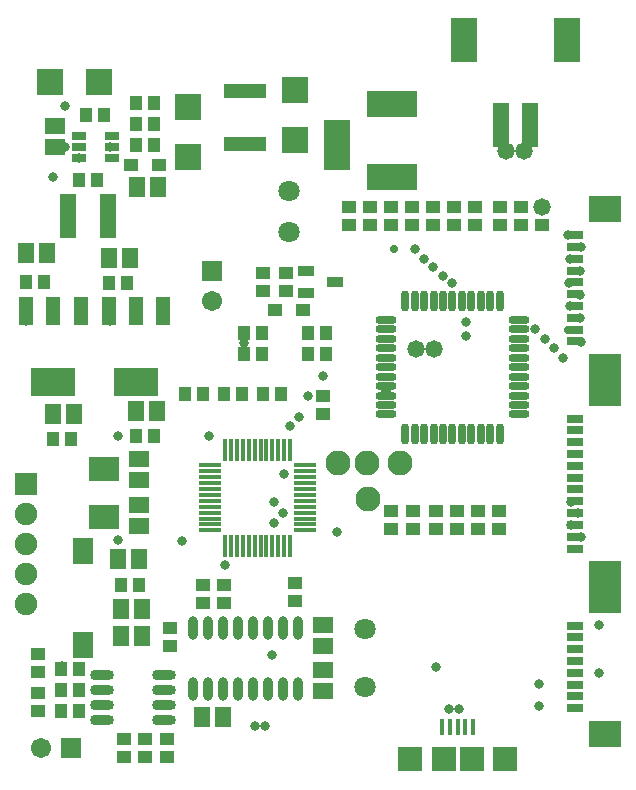
<source format=gts>
G04 Layer_Color=8388736*
%FSLAX25Y25*%
%MOIN*%
G70*
G01*
G75*
%ADD63R,0.04658X0.04461*%
%ADD64R,0.14225X0.04737*%
%ADD65R,0.10249X0.08280*%
%ADD66R,0.14579X0.09461*%
%ADD67R,0.04737X0.09461*%
%ADD68R,0.01583X0.05323*%
%ADD69R,0.08280X0.08280*%
%ADD70R,0.08280X0.07887*%
%ADD71R,0.05131X0.03162*%
%ADD72O,0.07487X0.01502*%
%ADD73O,0.01502X0.07487*%
%ADD74O,0.03162X0.07887*%
%ADD75O,0.07887X0.03556*%
%ADD76R,0.06706X0.08674*%
%ADD77R,0.04461X0.04658*%
%ADD78R,0.05367X0.06587*%
%ADD79C,0.08362*%
%ADD80R,0.05721X0.02769*%
%ADD81R,0.10642X0.08674*%
%ADD82R,0.05524X0.14579*%
%ADD83R,0.08674X0.08674*%
%ADD84R,0.04737X0.04068*%
%ADD85R,0.08674X0.08674*%
%ADD86R,0.06587X0.05367*%
%ADD87R,0.08674X0.14579*%
%ADD88R,0.05721X0.03556*%
%ADD89O,0.07099X0.02572*%
%ADD90O,0.02572X0.07099*%
%ADD91R,0.16548X0.08674*%
%ADD92R,0.08674X0.16548*%
%ADD93R,0.06706X0.06706*%
%ADD94C,0.06706*%
%ADD95C,0.07099*%
%ADD96C,0.00008*%
%ADD97R,0.06706X0.06706*%
%ADD98C,0.07493*%
%ADD99R,0.07493X0.07493*%
%ADD100C,0.02769*%
%ADD101C,0.03162*%
%ADD102C,0.05800*%
D63*
X387000Y242531D02*
D03*
Y236469D02*
D03*
X405000Y250969D02*
D03*
Y257031D02*
D03*
X398000Y250969D02*
D03*
Y257031D02*
D03*
X371500Y205532D02*
D03*
Y199469D02*
D03*
X378500Y199469D02*
D03*
Y205532D02*
D03*
X343000Y234032D02*
D03*
Y227969D02*
D03*
X428500Y251468D02*
D03*
Y257531D02*
D03*
X386000Y205532D02*
D03*
Y199469D02*
D03*
X343000Y214968D02*
D03*
Y221031D02*
D03*
X446500Y376969D02*
D03*
Y383032D02*
D03*
X438000Y313968D02*
D03*
Y320031D02*
D03*
X482500Y275468D02*
D03*
Y281532D02*
D03*
X489500Y275468D02*
D03*
Y281532D02*
D03*
X460500Y275468D02*
D03*
Y281532D02*
D03*
Y376969D02*
D03*
Y383032D02*
D03*
X474500Y376969D02*
D03*
Y383032D02*
D03*
X488500Y376969D02*
D03*
Y383032D02*
D03*
X504000Y376969D02*
D03*
Y383032D02*
D03*
X453500Y376969D02*
D03*
Y383032D02*
D03*
X467500Y376969D02*
D03*
Y383032D02*
D03*
X481500Y376969D02*
D03*
Y383032D02*
D03*
X497000Y376969D02*
D03*
Y383032D02*
D03*
X511000Y376969D02*
D03*
Y383032D02*
D03*
X418000Y361032D02*
D03*
Y354969D02*
D03*
X425500Y354969D02*
D03*
Y361032D02*
D03*
X468000Y275468D02*
D03*
Y281532D02*
D03*
X475500Y275468D02*
D03*
Y281532D02*
D03*
X496500Y275468D02*
D03*
Y281532D02*
D03*
D64*
X412000Y421716D02*
D03*
Y404000D02*
D03*
D65*
X365000Y279500D02*
D03*
Y295642D02*
D03*
D66*
X375500Y324689D02*
D03*
X348000D02*
D03*
D67*
X366445Y348311D02*
D03*
X375500D02*
D03*
X384555D02*
D03*
X338945D02*
D03*
X348000D02*
D03*
X357055D02*
D03*
D68*
X480217Y209531D02*
D03*
X482776D02*
D03*
X487894D02*
D03*
X485335D02*
D03*
X477658D02*
D03*
D69*
X478051Y199000D02*
D03*
X487500D02*
D03*
D70*
X498524D02*
D03*
X467028D02*
D03*
D71*
X356457Y399260D02*
D03*
Y403000D02*
D03*
Y406740D02*
D03*
X367480D02*
D03*
Y403000D02*
D03*
Y399260D02*
D03*
D72*
X400134Y296772D02*
D03*
Y294803D02*
D03*
Y292835D02*
D03*
Y290866D02*
D03*
Y288898D02*
D03*
Y286929D02*
D03*
Y284961D02*
D03*
Y282992D02*
D03*
Y281024D02*
D03*
Y279055D02*
D03*
Y277087D02*
D03*
Y275118D02*
D03*
X432024D02*
D03*
Y277087D02*
D03*
Y279055D02*
D03*
Y281024D02*
D03*
Y282992D02*
D03*
Y284961D02*
D03*
Y286929D02*
D03*
Y288898D02*
D03*
Y290866D02*
D03*
Y292835D02*
D03*
Y294803D02*
D03*
Y296772D02*
D03*
D73*
X405252Y270000D02*
D03*
X407221D02*
D03*
X409189D02*
D03*
X411158D02*
D03*
X413126D02*
D03*
X415095D02*
D03*
X417063D02*
D03*
X419031D02*
D03*
X421000D02*
D03*
X422968D02*
D03*
X424937D02*
D03*
X426905D02*
D03*
Y301890D02*
D03*
X424937D02*
D03*
X422968D02*
D03*
X421000D02*
D03*
X419031D02*
D03*
X417063D02*
D03*
X415095D02*
D03*
X413126D02*
D03*
X411158D02*
D03*
X409189D02*
D03*
X407221D02*
D03*
X405252D02*
D03*
D74*
X414500Y222264D02*
D03*
X419500D02*
D03*
X429500Y242736D02*
D03*
X424500D02*
D03*
X419500D02*
D03*
X414500D02*
D03*
X409500D02*
D03*
X404500D02*
D03*
X399500D02*
D03*
X394500D02*
D03*
X429500Y222264D02*
D03*
X424500D02*
D03*
X409500D02*
D03*
X404500D02*
D03*
X399500D02*
D03*
X394500D02*
D03*
D75*
X384736Y212000D02*
D03*
Y217000D02*
D03*
Y222000D02*
D03*
Y227000D02*
D03*
X364264Y212000D02*
D03*
Y217000D02*
D03*
Y222000D02*
D03*
Y227000D02*
D03*
D76*
X357921Y268231D02*
D03*
X358000Y237000D02*
D03*
D77*
X381500Y417500D02*
D03*
X375437D02*
D03*
X381500Y410500D02*
D03*
X375437D02*
D03*
X375437Y403500D02*
D03*
X381500D02*
D03*
X365000Y413500D02*
D03*
X358937D02*
D03*
X424031Y320500D02*
D03*
X417969D02*
D03*
X356532Y215000D02*
D03*
X350468D02*
D03*
X356532Y222000D02*
D03*
X350468D02*
D03*
X375468Y306500D02*
D03*
X381532D02*
D03*
X366469Y357500D02*
D03*
X372532D02*
D03*
X347969Y305500D02*
D03*
X354031D02*
D03*
X338968Y358000D02*
D03*
X345031D02*
D03*
X356437Y392000D02*
D03*
X362500D02*
D03*
X411031Y320500D02*
D03*
X404969D02*
D03*
X391968D02*
D03*
X398031D02*
D03*
X376532Y257000D02*
D03*
X370468D02*
D03*
X350468Y229000D02*
D03*
X356532D02*
D03*
X417500Y341000D02*
D03*
X411437D02*
D03*
X417500Y334000D02*
D03*
X411437D02*
D03*
X439000Y341000D02*
D03*
X432937D02*
D03*
X439000Y334000D02*
D03*
X432937D02*
D03*
D78*
X376504Y265500D02*
D03*
X369496D02*
D03*
X377504Y249000D02*
D03*
X370496D02*
D03*
X377504Y240000D02*
D03*
X370496D02*
D03*
X382504Y315000D02*
D03*
X375496D02*
D03*
X373504Y366000D02*
D03*
X366496D02*
D03*
X355004Y314000D02*
D03*
X347996D02*
D03*
X346004Y367500D02*
D03*
X338996D02*
D03*
X382972Y389500D02*
D03*
X375965D02*
D03*
X397496Y213000D02*
D03*
X404504D02*
D03*
D79*
X463500Y297500D02*
D03*
X453000Y285500D02*
D03*
X452500Y297500D02*
D03*
X443000D02*
D03*
D80*
X521862Y215819D02*
D03*
Y219756D02*
D03*
Y223693D02*
D03*
Y227630D02*
D03*
Y231567D02*
D03*
Y235504D02*
D03*
Y239441D02*
D03*
Y243378D02*
D03*
Y338122D02*
D03*
Y342059D02*
D03*
Y345996D02*
D03*
Y349933D02*
D03*
Y353870D02*
D03*
Y357807D02*
D03*
Y361744D02*
D03*
Y365681D02*
D03*
Y369618D02*
D03*
Y373555D02*
D03*
Y312378D02*
D03*
Y308441D02*
D03*
Y304504D02*
D03*
Y300567D02*
D03*
Y296630D02*
D03*
Y292693D02*
D03*
Y288756D02*
D03*
Y284819D02*
D03*
Y280882D02*
D03*
Y276945D02*
D03*
Y273008D02*
D03*
Y269071D02*
D03*
D81*
X532000Y207197D02*
D03*
Y252000D02*
D03*
Y329500D02*
D03*
Y382177D02*
D03*
Y321000D02*
D03*
Y260449D02*
D03*
D82*
X352969Y380000D02*
D03*
X366354D02*
D03*
X506921Y410390D02*
D03*
X497079D02*
D03*
D83*
X392969Y416268D02*
D03*
Y399732D02*
D03*
X428500Y421768D02*
D03*
Y405232D02*
D03*
D84*
X383114Y397000D02*
D03*
X373823D02*
D03*
X421854Y348500D02*
D03*
X431146D02*
D03*
D85*
X363268Y424500D02*
D03*
X346732D02*
D03*
D86*
X348468Y410004D02*
D03*
Y402996D02*
D03*
X376500Y283575D02*
D03*
Y276567D02*
D03*
Y291996D02*
D03*
Y299004D02*
D03*
X438000Y228504D02*
D03*
Y221496D02*
D03*
Y236496D02*
D03*
Y243504D02*
D03*
D87*
X519035Y438465D02*
D03*
X484965D02*
D03*
D88*
X432079Y361740D02*
D03*
Y354260D02*
D03*
X441921Y358000D02*
D03*
D89*
X458756Y313752D02*
D03*
Y316902D02*
D03*
Y320051D02*
D03*
Y323201D02*
D03*
Y326350D02*
D03*
Y329500D02*
D03*
Y332650D02*
D03*
Y335799D02*
D03*
Y338949D02*
D03*
Y342098D02*
D03*
Y345248D02*
D03*
X503244D02*
D03*
Y342098D02*
D03*
Y338949D02*
D03*
Y335799D02*
D03*
Y332650D02*
D03*
Y329500D02*
D03*
Y326350D02*
D03*
Y323201D02*
D03*
Y320051D02*
D03*
Y316902D02*
D03*
Y313752D02*
D03*
D90*
X465252Y351744D02*
D03*
X468402D02*
D03*
X471551D02*
D03*
X474701D02*
D03*
X477850D02*
D03*
X481000D02*
D03*
X484150D02*
D03*
X487299D02*
D03*
X490449D02*
D03*
X493598D02*
D03*
X496748D02*
D03*
Y307256D02*
D03*
X493598D02*
D03*
X490449D02*
D03*
X487299D02*
D03*
X484150D02*
D03*
X481000D02*
D03*
X477850D02*
D03*
X474701D02*
D03*
X471551D02*
D03*
X468402D02*
D03*
X465252D02*
D03*
D91*
X461000Y393000D02*
D03*
Y417410D02*
D03*
D92*
X442496Y403630D02*
D03*
D93*
X401000Y361500D02*
D03*
D94*
Y351500D02*
D03*
X344000Y202500D02*
D03*
D95*
X426500Y388390D02*
D03*
Y374610D02*
D03*
X452000Y222854D02*
D03*
Y242146D02*
D03*
D96*
X490650Y207465D02*
D03*
X474902D02*
D03*
D97*
X354000Y202500D02*
D03*
D98*
X339000Y250500D02*
D03*
Y260500D02*
D03*
Y270500D02*
D03*
Y280500D02*
D03*
D99*
Y290500D02*
D03*
D100*
X397500Y213000D02*
D03*
X386000Y205500D02*
D03*
X364000Y212000D02*
D03*
X463500Y297500D02*
D03*
X461500Y369000D02*
D03*
X346000Y367500D02*
D03*
X519500Y342059D02*
D03*
D101*
X405252Y263748D02*
D03*
X398000Y257031D02*
D03*
X453000Y285500D02*
D03*
X430000Y313000D02*
D03*
X425000Y294000D02*
D03*
X427000Y310000D02*
D03*
X369500Y306500D02*
D03*
Y272000D02*
D03*
X343000Y221031D02*
D03*
X378500Y199469D02*
D03*
X418431Y210000D02*
D03*
X415069D02*
D03*
X421000Y233500D02*
D03*
X391000Y271500D02*
D03*
X351000Y230000D02*
D03*
X343000Y233500D02*
D03*
X384736Y227000D02*
D03*
X352000Y403000D02*
D03*
Y416500D02*
D03*
X530000Y243500D02*
D03*
Y227500D02*
D03*
X346732Y424500D02*
D03*
X348000Y393000D02*
D03*
X412000Y404000D02*
D03*
X339000Y367500D02*
D03*
X366354Y380000D02*
D03*
X347969Y305500D02*
D03*
X400000Y306500D02*
D03*
X375468D02*
D03*
X367000Y345000D02*
D03*
X338945Y345055D02*
D03*
X384555Y348311D02*
D03*
X357055D02*
D03*
X375500Y324532D02*
D03*
X347969Y324689D02*
D03*
X358000Y237000D02*
D03*
X405000Y251000D02*
D03*
X404500Y222264D02*
D03*
X399500Y222000D02*
D03*
X398000Y250969D02*
D03*
X421500Y284500D02*
D03*
Y277500D02*
D03*
X442500Y274500D02*
D03*
X510000Y216500D02*
D03*
Y223886D02*
D03*
X424500Y281000D02*
D03*
X517850Y332650D02*
D03*
X520500Y284500D02*
D03*
X523000Y281000D02*
D03*
X514701Y335799D02*
D03*
X520500Y277000D02*
D03*
X511949Y338949D02*
D03*
X508500Y342098D02*
D03*
X524000Y273000D02*
D03*
Y338000D02*
D03*
X523500Y346000D02*
D03*
X485500Y340000D02*
D03*
Y344500D02*
D03*
X520067Y349933D02*
D03*
X523500Y353500D02*
D03*
X481000Y357500D02*
D03*
X478000Y360000D02*
D03*
X520000Y357500D02*
D03*
X523500Y361500D02*
D03*
X474500Y363000D02*
D03*
X471500Y365500D02*
D03*
X520319Y365681D02*
D03*
X524000Y369500D02*
D03*
X468402Y369067D02*
D03*
X519555Y373555D02*
D03*
X376500Y299000D02*
D03*
Y276571D02*
D03*
X424031Y320500D02*
D03*
X392000D02*
D03*
X411031D02*
D03*
X376000Y265500D02*
D03*
X357921Y268231D02*
D03*
X369500Y240000D02*
D03*
X369496Y265500D02*
D03*
X433000Y320000D02*
D03*
X438000Y314000D02*
D03*
Y326500D02*
D03*
X425500Y354969D02*
D03*
X431000Y348500D02*
D03*
X411437Y337500D02*
D03*
X496500Y275500D02*
D03*
X475500Y275468D02*
D03*
X382968Y389500D02*
D03*
X375969D02*
D03*
X348472Y403000D02*
D03*
X348468Y410004D02*
D03*
X381500Y417500D02*
D03*
X356457Y399260D02*
D03*
X392969Y399732D02*
D03*
X366968Y403000D02*
D03*
X458756Y321626D02*
D03*
X483177Y215500D02*
D03*
X479815D02*
D03*
X475500Y229500D02*
D03*
D102*
X392969Y416268D02*
D03*
X511000Y383000D02*
D03*
X468750Y335500D02*
D03*
X474750D02*
D03*
X498750Y401500D02*
D03*
X504750D02*
D03*
M02*

</source>
